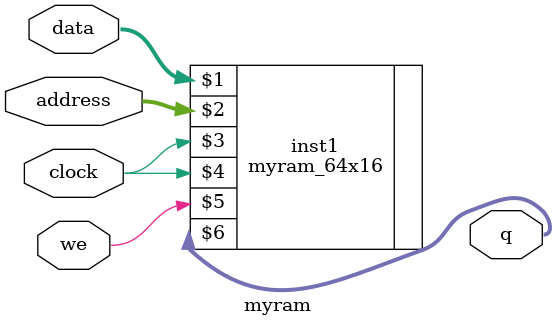
<source format=v>
module myram64x16 (data,address,inclock,outclock,we,q)
/* syn_black_box 

   LPM_WIDTH=16 
   LPM_WIDTHAD=6 
   LPM_TYPE="LPM_RAM_DQ"  */ ; 

input [15:0] data;
input [5:0] address;
input inclock, outclock;
input we;
output [15:0] q;

endmodule

// Instantiate the LPM parameterized module in the 
//    higher-level module myram
module myram(clock, we, data, address, q);
input clock, we;
input [15:0] data;
input [5:0] address;
output [15:0] q;


       myram_64x16 inst1 (data, address, clock, clock, we, q);

endmodule
</source>
